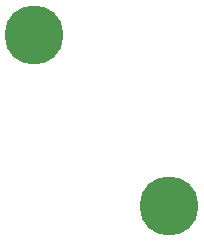
<source format=gbr>
%TF.GenerationSoftware,KiCad,Pcbnew,8.0.4*%
%TF.CreationDate,2025-02-04T23:44:10-05:00*%
%TF.ProjectId,Magnetometer,4d61676e-6574-46f6-9d65-7465722e6b69,rev?*%
%TF.SameCoordinates,Original*%
%TF.FileFunction,Soldermask,Bot*%
%TF.FilePolarity,Negative*%
%FSLAX46Y46*%
G04 Gerber Fmt 4.6, Leading zero omitted, Abs format (unit mm)*
G04 Created by KiCad (PCBNEW 8.0.4) date 2025-02-04 23:44:10*
%MOMM*%
%LPD*%
G01*
G04 APERTURE LIST*
%ADD10C,2.900000*%
%ADD11C,5.000000*%
G04 APERTURE END LIST*
D10*
%TO.C,REF\u002A\u002A*%
X129286000Y-144526000D03*
D11*
X129286000Y-144526000D03*
%TD*%
D10*
%TO.C,REF\u002A\u002A*%
X140716000Y-159004000D03*
D11*
X140716000Y-159004000D03*
%TD*%
M02*

</source>
